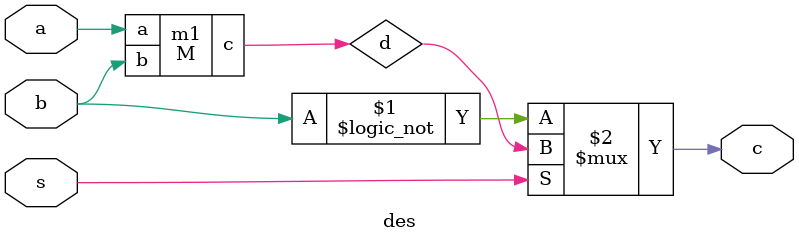
<source format=v>
module M(a,b,c);
 input a,b;
 output c;

 assign c = a & b;  

endmodule

module des(a, b, s, c);
 input a,b,s;
 wire d;
 output c;

 M m1(a,b,d);

 assign c = s ? d : !b;
endmodule


</source>
